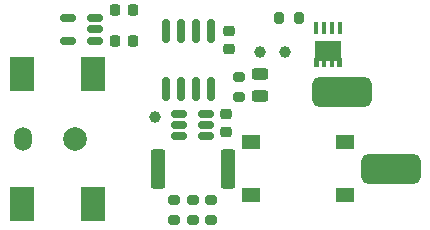
<source format=gbr>
%TF.GenerationSoftware,KiCad,Pcbnew,6.0.4-6f826c9f35~116~ubuntu21.10.1*%
%TF.CreationDate,2022-04-19T01:50:56-04:00*%
%TF.ProjectId,hotwire-lite,686f7477-6972-4652-9d6c-6974652e6b69,rev?*%
%TF.SameCoordinates,Original*%
%TF.FileFunction,Soldermask,Top*%
%TF.FilePolarity,Negative*%
%FSLAX46Y46*%
G04 Gerber Fmt 4.6, Leading zero omitted, Abs format (unit mm)*
G04 Created by KiCad (PCBNEW 6.0.4-6f826c9f35~116~ubuntu21.10.1) date 2022-04-19 01:50:56*
%MOMM*%
%LPD*%
G01*
G04 APERTURE LIST*
G04 Aperture macros list*
%AMRoundRect*
0 Rectangle with rounded corners*
0 $1 Rounding radius*
0 $2 $3 $4 $5 $6 $7 $8 $9 X,Y pos of 4 corners*
0 Add a 4 corners polygon primitive as box body*
4,1,4,$2,$3,$4,$5,$6,$7,$8,$9,$2,$3,0*
0 Add four circle primitives for the rounded corners*
1,1,$1+$1,$2,$3*
1,1,$1+$1,$4,$5*
1,1,$1+$1,$6,$7*
1,1,$1+$1,$8,$9*
0 Add four rect primitives between the rounded corners*
20,1,$1+$1,$2,$3,$4,$5,0*
20,1,$1+$1,$4,$5,$6,$7,0*
20,1,$1+$1,$6,$7,$8,$9,0*
20,1,$1+$1,$8,$9,$2,$3,0*%
%AMFreePoly0*
4,1,21,1.372500,0.787500,0.862500,0.787500,0.862500,0.532500,1.372500,0.532500,1.372500,0.127500,0.862500,0.127500,0.862500,-0.127500,1.372500,-0.127500,1.372500,-0.532500,0.862500,-0.532500,0.862500,-0.787500,1.372500,-0.787500,1.372500,-1.195000,0.612500,-1.195000,0.612500,-1.117500,-0.862500,-1.117500,-0.862500,1.117500,0.612500,1.117500,0.612500,1.195000,1.372500,1.195000,
1.372500,0.787500,1.372500,0.787500,$1*%
G04 Aperture macros list end*
%ADD10RoundRect,0.150000X-0.512500X-0.150000X0.512500X-0.150000X0.512500X0.150000X-0.512500X0.150000X0*%
%ADD11RoundRect,0.150000X-0.150000X0.825000X-0.150000X-0.825000X0.150000X-0.825000X0.150000X0.825000X0*%
%ADD12RoundRect,0.150000X0.512500X0.150000X-0.512500X0.150000X-0.512500X-0.150000X0.512500X-0.150000X0*%
%ADD13C,1.000000*%
%ADD14R,1.550000X1.300000*%
%ADD15RoundRect,0.250000X-0.362500X-1.425000X0.362500X-1.425000X0.362500X1.425000X-0.362500X1.425000X0*%
%ADD16RoundRect,0.200000X-0.200000X-0.275000X0.200000X-0.275000X0.200000X0.275000X-0.200000X0.275000X0*%
%ADD17RoundRect,0.200000X0.275000X-0.200000X0.275000X0.200000X-0.275000X0.200000X-0.275000X-0.200000X0*%
%ADD18RoundRect,0.200000X-0.275000X0.200000X-0.275000X-0.200000X0.275000X-0.200000X0.275000X0.200000X0*%
%ADD19R,0.405000X0.990000*%
%ADD20FreePoly0,270.000000*%
%ADD21RoundRect,0.500000X2.000000X-0.750000X2.000000X0.750000X-2.000000X0.750000X-2.000000X-0.750000X0*%
%ADD22R,2.000000X3.000000*%
%ADD23O,1.500000X2.000000*%
%ADD24C,2.000000*%
%ADD25RoundRect,0.243750X0.456250X-0.243750X0.456250X0.243750X-0.456250X0.243750X-0.456250X-0.243750X0*%
%ADD26RoundRect,0.225000X0.250000X-0.225000X0.250000X0.225000X-0.250000X0.225000X-0.250000X-0.225000X0*%
%ADD27RoundRect,0.225000X-0.225000X-0.250000X0.225000X-0.250000X0.225000X0.250000X-0.225000X0.250000X0*%
G04 APERTURE END LIST*
D10*
%TO.C,U3*%
X126712500Y-114550000D03*
X126712500Y-115500000D03*
X126712500Y-116450000D03*
X128987500Y-116450000D03*
X128987500Y-115500000D03*
X128987500Y-114550000D03*
%TD*%
D11*
%TO.C,U2*%
X129355000Y-107525000D03*
X128085000Y-107525000D03*
X126815000Y-107525000D03*
X125545000Y-107525000D03*
X125545000Y-112475000D03*
X126815000Y-112475000D03*
X128085000Y-112475000D03*
X129355000Y-112475000D03*
%TD*%
D12*
%TO.C,U1*%
X119587500Y-108350000D03*
X119587500Y-107400000D03*
X119587500Y-106450000D03*
X117312500Y-106450000D03*
X117312500Y-108350000D03*
%TD*%
D13*
%TO.C,TP3*%
X133550000Y-109300000D03*
%TD*%
%TO.C,TP2*%
X135650000Y-109300000D03*
%TD*%
%TO.C,TP1*%
X124650000Y-114800000D03*
%TD*%
D14*
%TO.C,SW1*%
X132820000Y-116950000D03*
X140780000Y-116950000D03*
X132820000Y-121450000D03*
X140780000Y-121450000D03*
%TD*%
D15*
%TO.C,R6*%
X124887500Y-119225000D03*
X130812500Y-119225000D03*
%TD*%
D16*
%TO.C,R5*%
X135175000Y-106400000D03*
X136825000Y-106400000D03*
%TD*%
D17*
%TO.C,R4*%
X131750000Y-113125000D03*
X131750000Y-111475000D03*
%TD*%
D18*
%TO.C,R3*%
X126300000Y-121875000D03*
X126300000Y-123525000D03*
%TD*%
D17*
%TO.C,R2*%
X127850000Y-123525000D03*
X127850000Y-121875000D03*
%TD*%
D18*
%TO.C,R1*%
X129400000Y-121875000D03*
X129400000Y-123525000D03*
%TD*%
D19*
%TO.C,Q1*%
X140290000Y-107265000D03*
X139630000Y-107265000D03*
X138970000Y-107265000D03*
X138310000Y-107265000D03*
D20*
X139300000Y-109257500D03*
%TD*%
D21*
%TO.C,J3*%
X140500000Y-112700000D03*
%TD*%
%TO.C,J2*%
X144600000Y-119200000D03*
%TD*%
D22*
%TO.C,J1*%
X113400000Y-122200000D03*
X119400000Y-122200000D03*
X119400000Y-111200000D03*
X113400000Y-111200000D03*
D23*
X113500000Y-116700000D03*
D24*
X117900000Y-116700000D03*
%TD*%
D25*
%TO.C,D1*%
X133550000Y-113037500D03*
X133550000Y-111162500D03*
%TD*%
D26*
%TO.C,C4*%
X130700000Y-116125000D03*
X130700000Y-114575000D03*
%TD*%
%TO.C,C3*%
X130950000Y-109075000D03*
X130950000Y-107525000D03*
%TD*%
D27*
%TO.C,C2*%
X121275000Y-105800000D03*
X122825000Y-105800000D03*
%TD*%
%TO.C,C1*%
X121275000Y-108400000D03*
X122825000Y-108400000D03*
%TD*%
M02*

</source>
